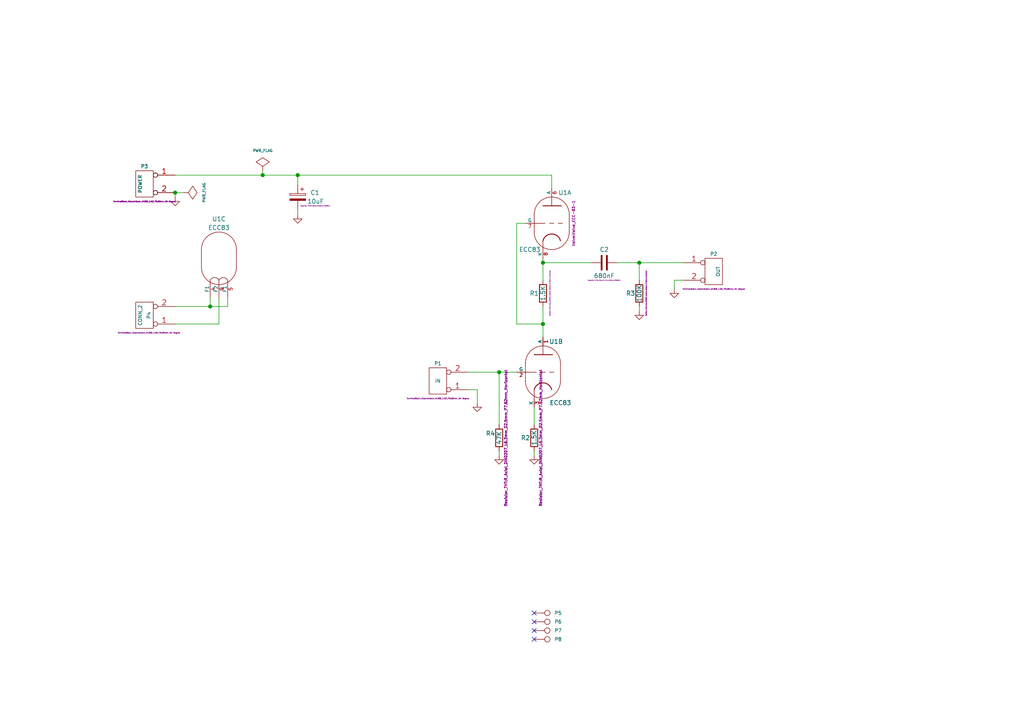
<source format=kicad_sch>
(kicad_sch (version 20201015) (generator eeschema)
  (page 1 1)
  (paper "A4")
  (title_block (title "ECC Push-Pull") (date "Sat 21 Mar 2015") (rev "0.1"))
  (lib_symbols
    (symbol "ecc83_schlib:C" (pin_numbers hide) (pin_names (offset 0.254))
      (property "Reference" "C" (at 0.635 2.54 0))
      (property "Value" "C" (at 0.635 -2.54 0))
      (symbol "C_0_1"
        (polyline (pts (xy -2.032 -0.762) (xy 2.032 -0.762)) (stroke (width 0.508)))
        (polyline (pts (xy -2.032 0.762) (xy 2.032 0.762)) (stroke (width 0.508)))
      )
      (symbol "C_1_1"
        (pin passive line (at 0 3.81 270) (length 2.794) (name "~") (number "1"))
        (pin passive line (at 0 -3.81 90) (length 2.794) (name "~") (number "2"))
      )
    )
    (symbol "ecc83_schlib:CONN_1" (pin_numbers hide) (pin_names (offset 0.762) hide)
      (property "Reference" "P" (at 2.032 0 0))
      (property "Footprint" "MountingHole:MountingHole_3.2mm_M3_DIN965_Pad" (at 0 -1.27 0))
      (symbol "CONN_1_0_1"
        (circle (center 0 0) (radius 0.7874))
        (polyline (pts (xy -0.762 0) (xy -1.27 0)))
      )
      (symbol "CONN_1_1_1"
        (pin passive line (at -3.81 0 0) (length 2.54) (name "1") (number "1"))
      )
    )
    (symbol "ecc83_schlib:CONN_2" (pin_names (offset 1.016) hide)
      (property "Reference" "P" (at -1.27 0 90))
      (property "Value" "CONN_2" (at 1.27 0 90))
      (symbol "CONN_2_0_1"
        (rectangle (start -2.54 3.81) (end 2.54 -3.81))
      )
      (symbol "CONN_2_1_1"
        (pin passive inverted (at -8.89 2.54 0) (length 6.35) (name "P1") (number "1"))
        (pin passive inverted (at -8.89 -2.54 0) (length 6.35) (name "PM") (number "2"))
      )
    )
    (symbol "ecc83_schlib:CP" (pin_numbers hide) (pin_names (offset 0.254))
      (property "Reference" "C" (at 0.635 2.54 0))
      (property "Value" "CP" (at 0.635 -2.54 0))
      (symbol "CP_0_1"
        (rectangle (start -2.286 0.508) (end -2.286 1.016))
        (rectangle (start -2.286 0.508) (end 2.286 0.508))
        (rectangle (start 2.286 -0.508) (end -2.286 -1.016) (fill (type outline)))
        (rectangle (start 2.286 1.016) (end -2.286 1.016))
        (rectangle (start 2.286 1.016) (end 2.286 0.508))
        (polyline (pts (xy -1.778 2.286) (xy -0.762 2.286)))
        (polyline (pts (xy -1.27 2.794) (xy -1.27 1.778)))
      )
      (symbol "CP_1_1"
        (pin passive line (at 0 3.81 270) (length 2.794) (name "~") (number "1"))
        (pin passive line (at 0 -3.81 90) (length 2.794) (name "~") (number "2"))
      )
    )
    (symbol "ecc83_schlib:ECC83" (pin_names (offset 0))
      (property "Reference" "U" (at 3.302 7.874 0))
      (property "Value" "ECC83" (at 8.89 -7.62 0))
      (symbol "ECC83_0_1"
        (arc (start -5.08 -2.54) (end 5.08 -2.54) (radius (at 0 -2.54) (length 5.08) (angles -179.9 -0.1)))
        (arc (start 5.08 2.54) (end -5.08 2.54) (radius (at 0 2.54) (length 5.08) (angles 0.1 179.9)))
        (polyline (pts (xy 5.08 2.54) (xy 5.08 -2.54)))
        (polyline (pts (xy -5.08 2.54) (xy -5.08 -2.54) (xy -5.08 -2.54)))
      )
      (symbol "ECC83_1_1"
        (arc (start 2.54 -5.08) (end -2.54 -5.08) (radius (at 0 -5.715) (length 2.6162) (angles 14.2 165.9)) (stroke (width 0.254)))
        (polyline (pts (xy -5.08 0) (xy -3.175 0)))
        (polyline (pts (xy -1.905 0) (xy -3.175 0)) (stroke (width 0.1524)))
        (polyline (pts (xy -0.635 0) (xy 0.635 0)) (stroke (width 0.1524)))
        (polyline (pts (xy 1.905 0) (xy 3.175 0)) (stroke (width 0.1524)))
        (polyline (pts (xy -2.54 5.08) (xy 2.794 5.08) (xy 2.794 5.08)) (stroke (width 0.254)))
        (pin passive line (at 0 10.16 270) (length 2.54) (name "A") (number "6"))
        (pin input line (at -7.62 0 0) (length 2.54) (name "G") (number "7"))
        (pin passive line (at -2.54 -10.16 90) (length 2.54) (name "K") (number "8"))
      )
      (symbol "ECC83_2_1"
        (arc (start 2.54 -5.08) (end -2.54 -5.08) (radius (at 0 -5.715) (length 2.6162) (angles 14.2 165.9)) (stroke (width 0.254)))
        (polyline (pts (xy -5.08 0) (xy -3.175 0)))
        (polyline (pts (xy -1.905 0) (xy -3.175 0)) (stroke (width 0.1524)))
        (polyline (pts (xy -0.635 0) (xy 0.635 0)) (stroke (width 0.1524)))
        (polyline (pts (xy 1.905 0) (xy 3.175 0)) (stroke (width 0.1524)))
        (polyline (pts (xy -2.54 5.08) (xy 2.794 5.08) (xy 2.794 5.08)) (stroke (width 0.254)))
        (pin passive line (at 0 10.16 270) (length 2.54) (name "A") (number "1"))
        (pin input line (at -7.62 0 0) (length 2.54) (name "G") (number "2"))
        (pin passive line (at -2.54 -10.16 90) (length 2.54) (name "K") (number "3"))
      )
      (symbol "ECC83_3_1"
        (arc (start 0 -6.35) (end -2.54 -6.35) (radius (at -1.27 -6.985) (length 1.397) (angles 26.5 153.4)))
        (arc (start 2.54 -6.35) (end 0 -6.35) (radius (at 1.27 -6.985) (length 1.397) (angles 26.5 153.4)))
        (pin input line (at -2.54 -11.43 90) (length 5.08) (name "F1") (number "4"))
        (pin input line (at 2.54 -11.43 90) (length 5.08) (name "F1") (number "5"))
        (pin input line (at 0 -11.43 90) (length 5.08) (name "F2") (number "9"))
      )
      (symbol "ECC83_1_0"
        (polyline (pts (xy -2.54 -5.08) (xy -2.54 -7.62)))
        (polyline (pts (xy 0 5.08) (xy 0 7.62)))
      )
      (symbol "ECC83_2_0"
        (polyline (pts (xy -2.54 -5.08) (xy -2.54 -7.62)))
        (polyline (pts (xy 0 5.08) (xy 0 7.62)))
      )
    )
    (symbol "ecc83_schlib:GND" (power) (pin_names (offset 0))
      (property "Value" "GND" (at 0 -3.81 0))
      (symbol "GND_0_1"
        (polyline (pts (xy 0 0) (xy 0 -1.27) (xy 1.27 -1.27) (xy 0 -2.54) (xy -1.27 -1.27) (xy 0 -1.27)))
      )
      (symbol "GND_1_1"
        (pin power_in line (at 0 0 270) (length 0) hide (name "GND") (number "1"))
      )
    )
    (symbol "ecc83_schlib:PWR_FLAG" (power) (pin_numbers hide) (pin_names (offset 0) hide)
      (property "Value" "PWR_FLAG" (at 0 4.572 0))
      (symbol "PWR_FLAG_0_1"
        (polyline (pts (xy 0 0) (xy 0 1.27) (xy -1.905 2.54) (xy 0 3.81) (xy 1.905 2.54) (xy 0 1.27)))
      )
      (symbol "PWR_FLAG_0_0"
        (pin power_out line (at 0 0 90) (length 0) (name "pwr") (number "1"))
      )
    )
    (symbol "ecc83_schlib:R" (pin_numbers hide) (pin_names (offset 0))
      (property "Reference" "R" (at 2.032 0 90))
      (property "Value" "R" (at 0 0 90))
      (symbol "R_0_1"
        (rectangle (start -1.016 -2.54) (end 1.016 2.54) (stroke (width 0.254)))
      )
      (symbol "R_1_1"
        (pin passive line (at 0 3.81 270) (length 1.27) (name "~") (number "1"))
        (pin passive line (at 0 -3.81 90) (length 1.27) (name "~") (number "2"))
      )
    )
  )
  (junction (at 50.8 55.88) (diameter 1.016))
  (junction (at 60.96 88.9) (diameter 1.016))
  (junction (at 76.2 50.8) (diameter 1.016))
  (junction (at 86.36 50.8) (diameter 1.016))
  (junction (at 144.78 107.95) (diameter 1.016))
  (junction (at 157.48 76.2) (diameter 1.016))
  (junction (at 157.48 93.98) (diameter 1.016))
  (junction (at 185.42 76.2) (diameter 1.016))
  (no_connect (at 154.94 182.88))
  (no_connect (at 154.94 185.42))
  (no_connect (at 154.94 177.8))
  (no_connect (at 154.94 180.34))
  (wire (pts (xy 50.8 50.8) (xy 76.2 50.8)))
  (wire (pts (xy 50.8 57.15) (xy 50.8 55.88)))
  (wire (pts (xy 50.8 88.9) (xy 60.96 88.9)))
  (wire (pts (xy 53.34 55.88) (xy 50.8 55.88)))
  (wire (pts (xy 60.96 88.9) (xy 60.96 86.36)))
  (wire (pts (xy 60.96 88.9) (xy 66.04 88.9)))
  (wire (pts (xy 63.5 86.36) (xy 63.5 93.98)))
  (wire (pts (xy 63.5 93.98) (xy 50.8 93.98)))
  (wire (pts (xy 66.04 88.9) (xy 66.04 86.36)))
  (wire (pts (xy 76.2 49.53) (xy 76.2 50.8)))
  (wire (pts (xy 76.2 50.8) (xy 86.36 50.8)))
  (wire (pts (xy 86.36 50.8) (xy 160.02 50.8)))
  (wire (pts (xy 86.36 53.34) (xy 86.36 50.8)))
  (wire (pts (xy 86.36 62.23) (xy 86.36 60.96)))
  (wire (pts (xy 135.89 107.95) (xy 144.78 107.95)))
  (wire (pts (xy 138.43 113.03) (xy 135.89 113.03)))
  (wire (pts (xy 138.43 116.84) (xy 138.43 113.03)))
  (wire (pts (xy 144.78 107.95) (xy 144.78 123.19)))
  (wire (pts (xy 144.78 107.95) (xy 149.86 107.95)))
  (wire (pts (xy 144.78 130.81) (xy 144.78 132.08)))
  (wire (pts (xy 149.86 64.77) (xy 149.86 93.98)))
  (wire (pts (xy 149.86 93.98) (xy 157.48 93.98)))
  (wire (pts (xy 152.4 64.77) (xy 149.86 64.77)))
  (wire (pts (xy 154.94 118.11) (xy 154.94 123.19)))
  (wire (pts (xy 154.94 130.81) (xy 154.94 132.08)))
  (wire (pts (xy 157.48 74.93) (xy 157.48 76.2)))
  (wire (pts (xy 157.48 76.2) (xy 157.48 81.28)))
  (wire (pts (xy 157.48 88.9) (xy 157.48 93.98)))
  (wire (pts (xy 157.48 93.98) (xy 157.48 97.79)))
  (wire (pts (xy 160.02 50.8) (xy 160.02 54.61)))
  (wire (pts (xy 171.45 76.2) (xy 157.48 76.2)))
  (wire (pts (xy 179.07 76.2) (xy 185.42 76.2)))
  (wire (pts (xy 185.42 76.2) (xy 185.42 81.28)))
  (wire (pts (xy 185.42 76.2) (xy 198.12 76.2)))
  (wire (pts (xy 185.42 90.17) (xy 185.42 88.9)))
  (wire (pts (xy 195.58 81.28) (xy 195.58 83.82)))
  (wire (pts (xy 198.12 81.28) (xy 195.58 81.28)))
  (symbol (lib_id "ecc83_schlib:CONN_1") (at 158.75 177.8 0) (unit 1)
    (property "Reference" "P5" (at 160.782 177.8 0) (effects (font (size 1.016 1.016)) (justify left)))
    (property "Value" "MOUNTING_HOLE" (effects hide))
    (property "Footprint" "MountingHole:MountingHole_3.2mm_M3_DIN965_Pad" (effects hide))
  )
  (symbol (lib_id "ecc83_schlib:CONN_1") (at 158.75 180.34 0) (unit 1)
    (property "Reference" "P6" (at 160.782 180.34 0) (effects (font (size 1.016 1.016)) (justify left)))
    (property "Value" "MOUNTING_HOLE" (effects hide))
    (property "Footprint" "MountingHole:MountingHole_3.2mm_M3_DIN965_Pad" (effects hide))
  )
  (symbol (lib_id "ecc83_schlib:CONN_1") (at 158.75 182.88 0) (unit 1)
    (property "Reference" "P7" (at 160.782 182.88 0) (effects (font (size 1.016 1.016)) (justify left)))
    (property "Value" "MOUNTING_HOLE" (effects hide))
    (property "Footprint" "MountingHole:MountingHole_3.2mm_M3_DIN965_Pad" (effects hide))
  )
  (symbol (lib_id "ecc83_schlib:CONN_1") (at 158.75 185.42 0) (unit 1)
    (property "Reference" "P8" (at 160.782 185.42 0) (effects (font (size 1.016 1.016)) (justify left)))
    (property "Value" "MOUNTING_HOLE" (effects hide))
    (property "Footprint" "MountingHole:MountingHole_3.2mm_M3_DIN965_Pad" (effects hide))
  )
  (symbol (lib_id "ecc83_schlib:GND") (at 50.8 57.15 0) (mirror y) (unit 1)
    (property "Reference" "#PWR08" (effects hide))
    (property "Value" "GND" (effects hide))
  )
  (symbol (lib_id "ecc83_schlib:GND") (at 86.36 62.23 0) (mirror y) (unit 1)
    (property "Reference" "#PWR06" (effects hide))
    (property "Value" "GND" (effects hide))
  )
  (symbol (lib_id "ecc83_schlib:GND") (at 138.43 116.84 0) (unit 1)
    (property "Reference" "#PWR09" (effects hide))
    (property "Value" "GND" (effects hide))
  )
  (symbol (lib_id "ecc83_schlib:GND") (at 144.78 132.08 0) (unit 1)
    (property "Reference" "#PWR04" (effects hide))
    (property "Value" "GND" (effects hide))
  )
  (symbol (lib_id "ecc83_schlib:GND") (at 154.94 132.08 0) (unit 1)
    (property "Reference" "#PWR03" (effects hide))
    (property "Value" "GND" (effects hide))
  )
  (symbol (lib_id "ecc83_schlib:GND") (at 185.42 90.17 0) (unit 1)
    (property "Reference" "#PWR02" (effects hide))
    (property "Value" "GND" (effects hide))
  )
  (symbol (lib_id "ecc83_schlib:GND") (at 195.58 83.82 0) (unit 1)
    (property "Reference" "#PWR01" (effects hide))
    (property "Value" "GND" (effects hide))
  )
  (symbol (lib_id "ecc83_schlib:PWR_FLAG") (at 53.34 55.88 270) (unit 1)
    (property "Reference" "#FLG05" (effects hide))
    (property "Value" "PWR_FLAG" (at 59.182 55.88 0) (effects (font (size 0.762 0.762))))
  )
  (symbol (lib_id "ecc83_schlib:PWR_FLAG") (at 76.2 49.53 0) (unit 1)
    (property "Reference" "#FLG07" (effects hide))
    (property "Value" "PWR_FLAG" (at 76.2 43.688 0) (effects (font (size 0.762 0.762))))
  )
  (symbol (lib_id "ecc83_schlib:R") (at 144.78 127 0) (unit 1)
    (property "Reference" "R4" (at 142.24 125.73 0))
    (property "Value" "47K" (at 144.78 127 90))
    (property "Footprint" "Resistor_THT:R_Axial_DIN0207_L6.3mm_D2.5mm_P7.62mm_Horizontal" (at 146.7104 127.0508 90) (effects (font (size 0.762 0.762))))
  )
  (symbol (lib_id "ecc83_schlib:R") (at 154.94 127 0) (unit 1)
    (property "Reference" "R2" (at 152.4 127 0))
    (property "Value" "1.5K" (at 154.94 127 90))
    (property "Footprint" "Resistor_THT:R_Axial_DIN0207_L6.3mm_D2.5mm_P7.62mm_Horizontal" (at 156.8196 127 90) (effects (font (size 0.762 0.762))))
  )
  (symbol (lib_id "ecc83_schlib:R") (at 157.48 85.09 180) (unit 1)
    (property "Reference" "R1" (at 154.94 85.09 0))
    (property "Value" "1.5K" (at 157.48 85.09 90))
    (property "Footprint" "Resistor_THT:R_Axial_DIN0207_L6.3mm_D2.5mm_P7.62mm_Horizontal" (at 159.512 85.0392 90) (effects (font (size 0.254 0.254))))
  )
  (symbol (lib_id "ecc83_schlib:R") (at 185.42 85.09 0) (unit 1)
    (property "Reference" "R3" (at 182.88 85.09 0))
    (property "Value" "100K" (at 185.42 85.09 90))
    (property "Footprint" "Resistor_THT:R_Axial_DIN0207_L6.3mm_D2.5mm_P7.62mm_Horizontal" (at 187.4266 85.09 90) (effects (font (size 0.254 0.254))))
  )
  (symbol (lib_id "ecc83_schlib:CP") (at 86.36 57.15 0) (mirror y) (unit 1)
    (property "Reference" "C1" (at 92.71 55.88 0) (effects (justify left)))
    (property "Value" "10uF" (at 93.98 58.42 0) (effects (justify left)))
    (property "Footprint" "Capacitor_THT:CP_Radial_D10.0mm_P5.00mm" (at 91.44 59.69 0) (effects (font (size 0.254 0.254))))
  )
  (symbol (lib_id "ecc83_schlib:C") (at 175.26 76.2 270) (unit 1)
    (property "Reference" "C2" (at 175.26 72.39 90))
    (property "Value" "680nF" (at 175.26 80.01 90))
    (property "Footprint" "Capacitor_THT:C_Disc_D4.7mm_W2.5mm_P5.00mm" (at 175.26 81.28 90) (effects (font (size 0.254 0.254))))
  )
  (symbol (lib_id "ecc83_schlib:CONN_2") (at 41.91 53.34 0) (mirror y) (unit 1)
    (property "Reference" "P3" (at 41.91 48.26 0) (effects (font (size 1.016 1.016))))
    (property "Value" "POWER" (at 40.64 53.34 90) (effects (font (size 1.016 1.016))))
    (property "Footprint" "TerminalBlock_Altech:Altech_AK300_1x02_P5.00mm_45-Degree" (at 41.91 58.42 0) (effects (font (size 0.381 0.381))))
  )
  (symbol (lib_id "ecc83_schlib:CONN_2") (at 41.91 91.44 180) (unit 1)
    (property "Reference" "P4" (at 43.18 91.44 90) (effects (font (size 1.016 1.016))))
    (property "Value" "CONN_2" (at 40.64 91.44 90) (effects (font (size 1.016 1.016))))
    (property "Footprint" "TerminalBlock_Altech:Altech_AK300_1x02_P5.00mm_45-Degree" (at 43.18 96.52 0) (effects (font (size 0.381 0.381))))
  )
  (symbol (lib_id "ecc83_schlib:CONN_2") (at 127 110.49 180) (unit 1)
    (property "Reference" "P1" (at 127 105.41 0) (effects (font (size 1.016 1.016))))
    (property "Value" "IN" (at 127 110.49 0) (effects (font (size 1.016 1.016))))
    (property "Footprint" "TerminalBlock_Altech:Altech_AK300_1x02_P5.00mm_45-Degree" (at 127 115.57 0) (effects (font (size 0.381 0.381))))
  )
  (symbol (lib_id "ecc83_schlib:CONN_2") (at 207.01 78.74 0) (unit 1)
    (property "Reference" "P2" (at 207.01 73.66 0) (effects (font (size 1.016 1.016))))
    (property "Value" "OUT" (at 208.28 78.74 90) (effects (font (size 1.016 1.016))))
    (property "Footprint" "TerminalBlock_Altech:Altech_AK300_1x02_P5.00mm_45-Degree" (at 207.01 83.82 0) (effects (font (size 0.381 0.381))))
  )
  (symbol (lib_id "ecc83_schlib:ECC83") (at 63.5 74.93 0) (unit 3)
    (property "Reference" "U1" (at 63.5 63.5 0))
    (property "Value" "ECC83" (at 63.5 66.04 0))
    (property "Footprint" "Valve:Valve_ECC-83-1" (effects hide))
  )
  (symbol (lib_id "ecc83_schlib:ECC83") (at 157.48 107.95 0) (unit 2)
    (property "Reference" "U1" (at 161.29 99.06 0))
    (property "Value" "ECC83" (at 162.56 116.84 0))
    (property "Footprint" "Valve:Valve_ECC-83-1" (effects hide))
  )
  (symbol (lib_id "ecc83_schlib:ECC83") (at 160.02 64.77 0) (unit 1)
    (property "Reference" "U1" (at 163.83 55.88 0))
    (property "Value" "ECC83" (at 153.67 72.39 0))
    (property "Footprint" "Valve:Valve_ECC-83-1" (at 166.37 64.77 90) (effects (font (size 0.762 0.762))))
  )
)
</source>
